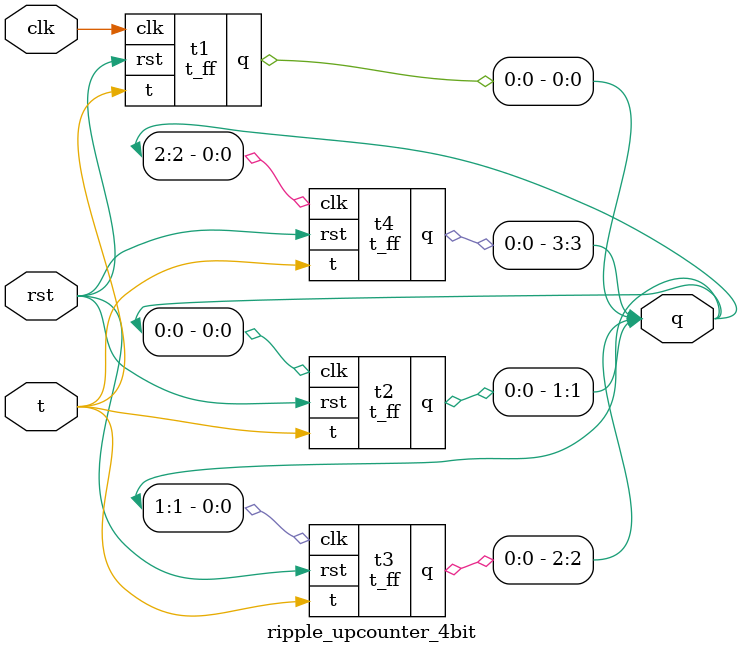
<source format=v>
module t_ff(input clk,rst,t,output reg q);

always@(negedge clk)begin
if(rst)
q<=0;
else if(t)
q<=~q;
end
endmodule

module ripple_upcounter_4bit(input clk,rst,t,output [3:0]q); 

t_ff t1(clk,rst,t,q[0]);
t_ff t2(q[0],rst,t,q[1]);
t_ff t3(q[1],rst,t,q[2]);
t_ff t4(q[2],rst,t,q[3]);

endmodule


</source>
